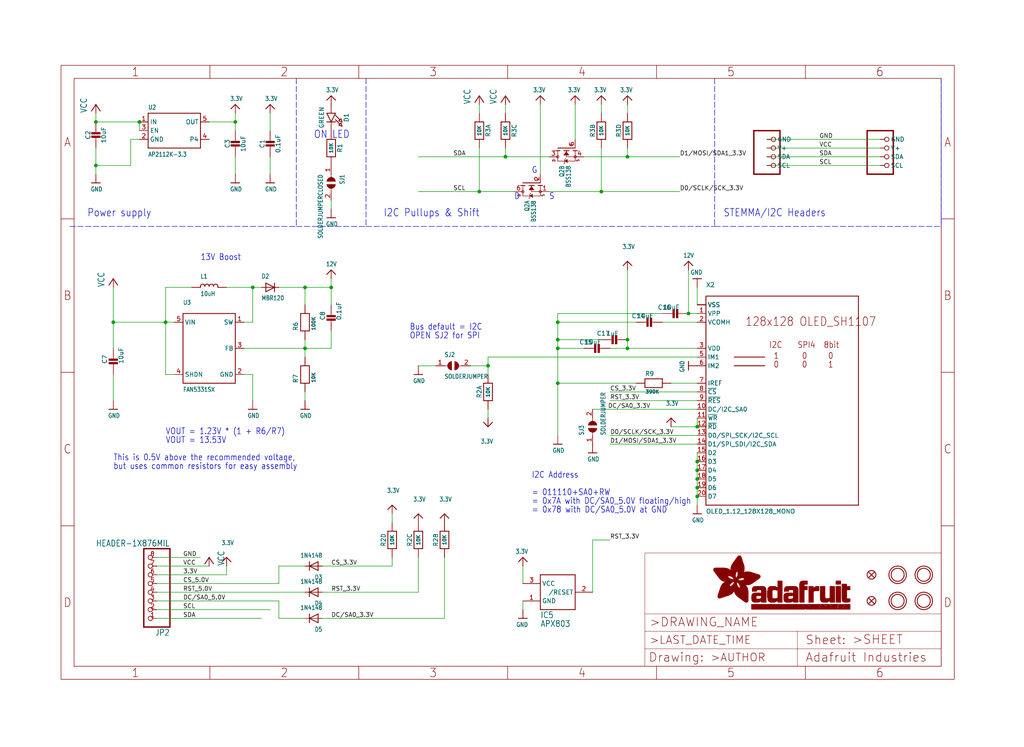
<source format=kicad_sch>
(kicad_sch (version 20211123) (generator eeschema)
  (paper "User" 298.45 217.881)
  (lib_symbols
    (symbol "eagleSchem-eagle-import:12V" (power)
      (property "Value" "12V" (at -1.524 1.016 0))
      (symbol "12V_1_0"
        (pin power_in line (at 0 -2.54 90) (length 2.54) (name "12V") (number "1"))
      )
    )
    (symbol "eagleSchem-eagle-import:3.3V" (power)
      (property "Value" "3.3V" (at -1.524 1.016 0))
      (symbol "3.3V_1_0"
        (pin power_in line (at 0 -2.54 90) (length 2.54) (name "3.3V") (number "1"))
      )
    )
    (symbol "eagleSchem-eagle-import:AXP083-SAG"
      (property "Reference" "IC" (at -5.08 -7.62 0))
      (property "Value" "AXP083-SAG" (at -5.08 -10.16 0))
      (symbol "AXP083-SAG_1_0"
        (pin power_in line (at -10.16 -2.54 0) (length 5.08) (name "GND") (number "1"))
        (pin output line (at 10.16 0 180) (length 5.08) (name "/RESET") (number "2"))
        (pin power_in line (at -10.16 2.54 0) (length 5.08) (name "VCC") (number "3"))
      )
    )
    (symbol "eagleSchem-eagle-import:CAP_CERAMIC0603_NO"
      (property "Reference" "C" (at -2.29 1.25 90))
      (property "Value" "CAP_CERAMIC0603_NO" (at 2.3 1.25 90))
      (symbol "CAP_CERAMIC0603_NO_1_0"
        (pin passive line (at 0 5.08 270) (length 2.54) (name "1") (number "1"))
        (pin passive line (at 0 -2.54 90) (length 2.54) (name "2") (number "2"))
      )
    )
    (symbol "eagleSchem-eagle-import:CAP_CERAMIC0805-NOOUTLINE"
      (property "Reference" "C" (at -2.29 1.25 90))
      (property "Value" "CAP_CERAMIC0805-NOOUTLINE" (at 2.3 1.25 90))
      (symbol "CAP_CERAMIC0805-NOOUTLINE_1_0"
        (pin passive line (at 0 5.08 270) (length 2.54) (name "1") (number "1"))
        (pin passive line (at 0 -2.54 90) (length 2.54) (name "2") (number "2"))
      )
    )
    (symbol "eagleSchem-eagle-import:DIODESOD-123"
      (property "Reference" "D" (at 0 2.54 0))
      (property "Value" "DIODESOD-123" (at 0 -2.5 0))
      (symbol "DIODESOD-123_1_0"
        (pin passive line (at -2.54 0 0) (length 2.54) (name "A") (number "A"))
        (pin passive line (at 2.54 0 180) (length 2.54) (name "C") (number "C"))
      )
    )
    (symbol "eagleSchem-eagle-import:DIODESOD-323"
      (property "Reference" "D" (at 0 2.54 0))
      (property "Value" "DIODESOD-323" (at 0 -2.5 0))
      (symbol "DIODESOD-323_1_0"
        (pin passive line (at -2.54 0 0) (length 2.54) (name "A") (number "A"))
        (pin passive line (at 2.54 0 180) (length 2.54) (name "C") (number "C"))
      )
    )
    (symbol "eagleSchem-eagle-import:FAN5331"
      (property "Reference" "U" (at -7.62 12.7 0))
      (property "Value" "FAN5331" (at -7.62 -12.7 0))
      (symbol "FAN5331_1_0"
        (pin bidirectional line (at 10.16 7.62 180) (length 2.54) (name "SW") (number "1"))
        (pin bidirectional line (at 10.16 -7.62 180) (length 2.54) (name "GND") (number "2"))
        (pin bidirectional line (at 10.16 0 180) (length 2.54) (name "FB") (number "3"))
        (pin bidirectional line (at -10.16 -7.62 0) (length 2.54) (name "SHDN") (number "4"))
        (pin bidirectional line (at -10.16 7.62 0) (length 2.54) (name "VIN") (number "5"))
      )
    )
    (symbol "eagleSchem-eagle-import:FIDUCIAL_1MM")
    (symbol "eagleSchem-eagle-import:FRAME_A4_ADAFRUIT"
      (symbol "FRAME_A4_ADAFRUIT_0_0"
        (text "1" (at 21.6958 1.905 0) (effects (font (size 2.54 2.286))))
        (text "1" (at 21.6958 177.165 0) (effects (font (size 2.54 2.286))))
        (text "2" (at 65.0875 1.905 0) (effects (font (size 2.54 2.286))))
        (text "2" (at 65.0875 177.165 0) (effects (font (size 2.54 2.286))))
        (text "3" (at 108.4792 1.905 0) (effects (font (size 2.54 2.286))))
        (text "3" (at 108.4792 177.165 0) (effects (font (size 2.54 2.286))))
        (text "4" (at 151.8708 1.905 0) (effects (font (size 2.54 2.286))))
        (text "4" (at 151.8708 177.165 0) (effects (font (size 2.54 2.286))))
        (text "5" (at 195.2625 1.905 0) (effects (font (size 2.54 2.286))))
        (text "5" (at 195.2625 177.165 0) (effects (font (size 2.54 2.286))))
        (text "6" (at 238.6542 1.905 0) (effects (font (size 2.54 2.286))))
        (text "6" (at 238.6542 177.165 0) (effects (font (size 2.54 2.286))))
        (text "A" (at 1.905 156.6863 0) (effects (font (size 2.54 2.286))))
        (text "A" (at 258.445 156.6863 0) (effects (font (size 2.54 2.286))))
        (text "B" (at 1.905 111.9188 0) (effects (font (size 2.54 2.286))))
        (text "B" (at 258.445 111.9188 0) (effects (font (size 2.54 2.286))))
        (text "C" (at 1.905 67.1513 0) (effects (font (size 2.54 2.286))))
        (text "C" (at 258.445 67.1513 0) (effects (font (size 2.54 2.286))))
        (text "D" (at 1.905 22.3838 0) (effects (font (size 2.54 2.286))))
        (text "D" (at 258.445 22.3838 0) (effects (font (size 2.54 2.286))))
      )
      (symbol "FRAME_A4_ADAFRUIT_1_0"
        (text ">AUTHOR" (at 189.23 5.08 0) (effects (font (size 2.286 2.286)) (justify left bottom)))
        (text ">DRAWING_NAME" (at 171.45 15.24 0) (effects (font (size 2.54 2.54)) (justify left bottom)))
        (text ">LAST_DATE_TIME" (at 171.45 10.16 0) (effects (font (size 2.286 2.286)) (justify left bottom)))
        (text ">SHEET" (at 230.505 10.16 0) (effects (font (size 2.54 2.54)) (justify left bottom)))
        (text "Adafruit Industries" (at 216.916 4.953 0) (effects (font (size 2.54 2.54)) (justify left bottom)))
        (text "Drawing:" (at 171.196 4.953 0) (effects (font (size 2.54 2.54)) (justify left bottom)))
        (text "Sheet:" (at 216.916 10.033 0) (effects (font (size 2.54 2.54)) (justify left bottom)))
      )
    )
    (symbol "eagleSchem-eagle-import:GND" (power)
      (property "Value" "GND" (at -1.524 -2.54 0))
      (symbol "GND_1_0"
        (pin power_in line (at 0 2.54 270) (length 2.54) (name "GND") (number "1"))
      )
    )
    (symbol "eagleSchem-eagle-import:HEADER-1X876MIL"
      (property "Reference" "JP" (at -6.35 13.335 0))
      (property "Value" "HEADER-1X876MIL" (at -6.35 -12.7 0))
      (symbol "HEADER-1X876MIL_1_0"
        (pin passive inverted (at -2.54 10.16 0) (length 2.54) (name "1") (number "1"))
        (pin passive inverted (at -2.54 7.62 0) (length 2.54) (name "2") (number "2"))
        (pin passive inverted (at -2.54 5.08 0) (length 2.54) (name "3") (number "3"))
        (pin passive inverted (at -2.54 2.54 0) (length 2.54) (name "4") (number "4"))
        (pin passive inverted (at -2.54 0 0) (length 2.54) (name "5") (number "5"))
        (pin passive inverted (at -2.54 -2.54 0) (length 2.54) (name "6") (number "6"))
        (pin passive inverted (at -2.54 -5.08 0) (length 2.54) (name "7") (number "7"))
        (pin passive inverted (at -2.54 -7.62 0) (length 2.54) (name "8") (number "8"))
      )
    )
    (symbol "eagleSchem-eagle-import:INDUCTOR"
      (property "Reference" "L" (at 0 2.54 0))
      (property "Value" "INDUCTOR" (at 0 -1.54 0))
      (symbol "INDUCTOR_1_0"
        (pin passive line (at -5.08 0 0) (length 2.54) (name "1") (number "P$1"))
        (pin passive line (at 5.08 0 180) (length 2.54) (name "2") (number "P$2"))
      )
    )
    (symbol "eagleSchem-eagle-import:LED0603_NOOUTLINE"
      (property "Reference" "D" (at -1.27 4.445 0))
      (property "Value" "LED0603_NOOUTLINE" (at -1.27 -2.794 0))
      (symbol "LED0603_NOOUTLINE_1_0"
        (pin passive line (at -5.08 0 0) (length 2.54) (name "A") (number "A"))
        (pin passive line (at 2.54 0 180) (length 2.54) (name "C") (number "C"))
      )
    )
    (symbol "eagleSchem-eagle-import:MOSFET-N_DUAL"
      (property "Reference" "Q" (at 5.08 0.635 0))
      (property "Value" "MOSFET-N_DUAL" (at 5.08 -1.27 0))
      (symbol "MOSFET-N_DUAL_1_0"
        (text "D" (at 3.175 3.175 0) (effects (font (size 0.8128 0.6908)) (justify left bottom)))
        (text "G" (at -1.27 -1.905 0) (effects (font (size 0.8128 0.6908)) (justify left bottom)))
        (text "S" (at 3.175 -3.81 0) (effects (font (size 0.8128 0.6908)) (justify left bottom)))
        (pin bidirectional line (at 2.54 -5.08 90) (length 2.54) (name "S") (number "1"))
        (pin bidirectional line (at -2.54 -2.54 0) (length 2.54) (name "G") (number "2"))
        (pin bidirectional line (at 2.54 5.08 270) (length 2.54) (name "D") (number "6"))
      )
      (symbol "MOSFET-N_DUAL_2_0"
        (text "D" (at 3.175 3.175 0) (effects (font (size 0.8128 0.6908)) (justify left bottom)))
        (text "G" (at -1.27 -1.905 0) (effects (font (size 0.8128 0.6908)) (justify left bottom)))
        (text "S" (at 3.175 -3.81 0) (effects (font (size 0.8128 0.6908)) (justify left bottom)))
        (pin bidirectional line (at 2.54 5.08 270) (length 2.54) (name "D") (number "3"))
        (pin bidirectional line (at 2.54 -5.08 90) (length 2.54) (name "S") (number "4"))
        (pin bidirectional line (at -2.54 -2.54 0) (length 2.54) (name "G") (number "5"))
      )
    )
    (symbol "eagleSchem-eagle-import:MOUNTINGHOLE3.0THIN")
    (symbol "eagleSchem-eagle-import:OLED_1.12_128X128_MONO"
      (property "Reference" "X" (at -20.32 27.94 0))
      (property "Value" "OLED_1.12_128X128_MONO" (at -20.32 -38.1 0))
      (symbol "OLED_1.12_128X128_MONO_1_0"
        (text "0" (at -0.635 4.445 0) (effects (font (size 1.778 1.5113)) (justify left bottom)))
        (text "0" (at 7.62 4.445 0) (effects (font (size 1.778 1.5113)) (justify left bottom)))
        (text "0" (at 7.62 6.985 0) (effects (font (size 1.778 1.5113)) (justify left bottom)))
        (text "0" (at 15.24 6.985 0) (effects (font (size 1.778 1.5113)) (justify left bottom)))
        (text "1" (at -0.635 6.985 0) (effects (font (size 1.778 1.5113)) (justify left bottom)))
        (text "1" (at 15.24 4.445 0) (effects (font (size 1.778 1.5113)) (justify left bottom)))
        (text "128x128 OLED_SH1107" (at -8.89 16.51 0) (effects (font (size 2.54 2.159)) (justify left bottom)))
        (text "8bit" (at 13.97 10.16 0) (effects (font (size 1.778 1.5113)) (justify left bottom)))
        (text "I2C" (at -1.905 10.16 0) (effects (font (size 1.778 1.5113)) (justify left bottom)))
        (text "SPI4" (at 6.35 10.16 0) (effects (font (size 1.778 1.5113)) (justify left bottom)))
        (pin power_in line (at -22.86 20.32 0) (length 2.54) (name "VPP") (number "1"))
        (pin input line (at -22.86 -7.62 0) (length 2.54) (name "DC/I2C_SA0") (number "10"))
        (pin input line (at -22.86 -10.16 0) (length 2.54) (name "~{WR}") (number "11"))
        (pin input line (at -22.86 -12.7 0) (length 2.54) (name "~{RD}") (number "12"))
        (pin bidirectional line (at -22.86 -15.24 0) (length 2.54) (name "D0/SPI_SCK/I2C_SCL") (number "13"))
        (pin bidirectional line (at -22.86 -17.78 0) (length 2.54) (name "D1/SPI_SDI/I2C_SDA") (number "14"))
        (pin bidirectional line (at -22.86 -20.32 0) (length 2.54) (name "D2") (number "15"))
        (pin bidirectional line (at -22.86 -22.86 0) (length 2.54) (name "D3") (number "16"))
        (pin bidirectional line (at -22.86 -25.4 0) (length 2.54) (name "D4") (number "17"))
        (pin bidirectional line (at -22.86 -27.94 0) (length 2.54) (name "D5") (number "18"))
        (pin bidirectional line (at -22.86 -30.48 0) (length 2.54) (name "D6") (number "19"))
        (pin output line (at -22.86 17.78 0) (length 2.54) (name "VCOMH") (number "2"))
        (pin bidirectional line (at -22.86 -33.02 0) (length 2.54) (name "D7") (number "20"))
        (pin power_in line (at -22.86 22.86 0) (length 2.54) (name "VSS") (number "21"))
        (pin power_in line (at -22.86 22.86 0) (length 2.54) (name "VSS") (number "22"))
        (pin power_in line (at -22.86 10.16 0) (length 2.54) (name "VDD") (number "3"))
        (pin power_in line (at -22.86 22.86 0) (length 2.54) (name "VSS") (number "4"))
        (pin input line (at -22.86 7.62 0) (length 2.54) (name "IM1") (number "5"))
        (pin input line (at -22.86 5.08 0) (length 2.54) (name "IM2") (number "6"))
        (pin input line (at -22.86 0 0) (length 2.54) (name "IREF") (number "7"))
        (pin input line (at -22.86 -2.54 0) (length 2.54) (name "~{CS}") (number "8"))
        (pin input line (at -22.86 -5.08 0) (length 2.54) (name "~{RES}") (number "9"))
      )
    )
    (symbol "eagleSchem-eagle-import:RESISTOR_0603_NOOUT"
      (property "Reference" "R" (at 0 2.54 0))
      (property "Value" "RESISTOR_0603_NOOUT" (at 0 0 0))
      (symbol "RESISTOR_0603_NOOUT_1_0"
        (pin passive line (at -5.08 0 0) (length 2.54) (name "1") (number "1"))
        (pin passive line (at 5.08 0 180) (length 2.54) (name "2") (number "2"))
      )
    )
    (symbol "eagleSchem-eagle-import:RESISTOR_4PACK"
      (property "Reference" "R" (at 0 2.54 0))
      (property "Value" "RESISTOR_4PACK" (at 0 0 0))
      (symbol "RESISTOR_4PACK_1_0"
        (pin passive line (at -5.08 0 0) (length 2.54) (name "1") (number "1"))
        (pin passive line (at 5.08 0 180) (length 2.54) (name "2") (number "8"))
      )
      (symbol "RESISTOR_4PACK_2_0"
        (pin passive line (at -5.08 0 0) (length 2.54) (name "1") (number "2"))
        (pin passive line (at 5.08 0 180) (length 2.54) (name "2") (number "7"))
      )
      (symbol "RESISTOR_4PACK_3_0"
        (pin passive line (at -5.08 0 0) (length 2.54) (name "1") (number "3"))
        (pin passive line (at 5.08 0 180) (length 2.54) (name "2") (number "6"))
      )
      (symbol "RESISTOR_4PACK_4_0"
        (pin passive line (at -5.08 0 0) (length 2.54) (name "1") (number "4"))
        (pin passive line (at 5.08 0 180) (length 2.54) (name "2") (number "5"))
      )
    )
    (symbol "eagleSchem-eagle-import:SOLDERJUMPER"
      (property "Reference" "SJ" (at -2.54 2.54 0))
      (property "Value" "SOLDERJUMPER" (at -2.54 -3.81 0))
      (symbol "SOLDERJUMPER_1_0"
        (pin passive line (at -5.08 0 0) (length 2.54) (name "1") (number "1"))
        (pin passive line (at 5.08 0 180) (length 2.54) (name "2") (number "2"))
      )
    )
    (symbol "eagleSchem-eagle-import:SOLDERJUMPERCLOSED"
      (property "Reference" "SJ" (at -2.54 2.54 0))
      (property "Value" "SOLDERJUMPERCLOSED" (at -2.54 -3.81 0))
      (symbol "SOLDERJUMPERCLOSED_1_0"
        (pin passive line (at -5.08 0 0) (length 2.54) (name "1") (number "1"))
        (pin passive line (at 5.08 0 180) (length 2.54) (name "2") (number "2"))
      )
    )
    (symbol "eagleSchem-eagle-import:STEMMA_I2C_QT"
      (symbol "STEMMA_I2C_QT_1_0"
        (pin passive inverted (at 0 5.08 0) (length 2.54) (name "GND") (number "1"))
        (pin passive inverted (at 0 2.54 0) (length 2.54) (name "V+") (number "2"))
        (pin passive inverted (at 0 0 0) (length 2.54) (name "SDA") (number "3"))
        (pin passive inverted (at 0 -2.54 0) (length 2.54) (name "SCL") (number "4"))
      )
      (symbol "STEMMA_I2C_QT_2_0"
        (pin bidirectional line (at 0 0 0) (length 5.08) (name "MT") (number "MT1"))
      )
      (symbol "STEMMA_I2C_QT_3_0"
        (pin bidirectional line (at 0 0 0) (length 5.08) (name "MT") (number "MT2"))
      )
    )
    (symbol "eagleSchem-eagle-import:VCC" (power)
      (property "Value" "VCC" (at -2.54 -2.54 90))
      (symbol "VCC_1_0"
        (pin power_in line (at 0 -2.54 90) (length 2.54) (name "VCC") (number "1"))
      )
    )
    (symbol "eagleSchem-eagle-import:VREG_SOT23-5"
      (property "Reference" "U" (at -7.62 6.096 0))
      (property "Value" "VREG_SOT23-5" (at -7.62 -7.62 0))
      (symbol "VREG_SOT23-5_1_0"
        (pin power_in line (at -10.16 2.54 0) (length 2.54) (name "IN") (number "1"))
        (pin power_in line (at -10.16 -2.54 0) (length 2.54) (name "GND") (number "2"))
        (pin input line (at -10.16 0 0) (length 2.54) (name "EN") (number "3"))
        (pin bidirectional line (at 10.16 -2.54 180) (length 2.54) (name "P4") (number "4"))
        (pin power_in line (at 10.16 2.54 180) (length 2.54) (name "OUT") (number "5"))
      )
    )
  )
  (junction (at 203.2 134.62))
  (junction (at 48.26 93.98))
  (junction (at 203.2 137.16))
  (junction (at 182.88 45.72))
  (junction (at 96.52 83.82))
  (junction (at 147.32 45.72))
  (junction (at 73.66 83.82))
  (junction (at 88.9 83.82))
  (junction (at 88.9 101.6))
  (junction (at 142.24 106.68))
  (junction (at 27.94 48.26))
  (junction (at 203.2 139.7))
  (junction (at 33.02 93.98))
  (junction (at 68.58 35.56))
  (junction (at 139.7 55.88))
  (junction (at 203.2 142.24))
  (junction (at 40.64 35.56))
  (junction (at 203.2 144.78))
  (junction (at 182.88 101.6))
  (junction (at 162.56 111.76))
  (junction (at 162.56 99.06))
  (junction (at 162.56 101.6))
  (junction (at 175.26 55.88))
  (junction (at 203.2 124.46))
  (junction (at 200.66 91.44))
  (junction (at 27.94 35.56))
  (junction (at 162.56 93.98))
  (junction (at 182.88 99.06))
  (wire (pts (xy 127 106.68) (xy 121.92 106.68)))
  (polyline (pts (xy 274.32 22.86) (xy 274.32 66.04)))
  (wire (pts (xy 45.72 180.34) (xy 76.2 180.34)))
  (wire (pts (xy 45.72 162.56) (xy 58.42 162.56)))
  (wire (pts (xy 152.4 170.18) (xy 152.4 165.1)))
  (wire (pts (xy 203.2 134.62) (xy 203.2 137.16)))
  (wire (pts (xy 88.9 83.82) (xy 88.9 88.9)))
  (wire (pts (xy 162.56 101.6) (xy 162.56 111.76)))
  (wire (pts (xy 40.64 38.1) (xy 40.64 35.56)))
  (wire (pts (xy 114.3 165.1) (xy 114.3 162.56)))
  (wire (pts (xy 142.24 121.92) (xy 142.24 119.38)))
  (wire (pts (xy 170.18 45.72) (xy 182.88 45.72)))
  (wire (pts (xy 78.74 45.72) (xy 78.74 50.8)))
  (wire (pts (xy 88.9 101.6) (xy 96.52 101.6)))
  (wire (pts (xy 40.64 35.56) (xy 27.94 35.56)))
  (wire (pts (xy 81.28 170.18) (xy 81.28 165.1)))
  (wire (pts (xy 175.26 43.18) (xy 175.26 55.88)))
  (wire (pts (xy 162.56 111.76) (xy 162.56 127)))
  (wire (pts (xy 162.56 99.06) (xy 162.56 101.6)))
  (wire (pts (xy 203.2 121.92) (xy 203.2 124.46)))
  (wire (pts (xy 129.54 180.34) (xy 129.54 162.56)))
  (wire (pts (xy 96.52 88.9) (xy 96.52 83.82)))
  (wire (pts (xy 27.94 48.26) (xy 27.94 50.8)))
  (wire (pts (xy 88.9 114.3) (xy 88.9 116.84)))
  (wire (pts (xy 73.66 109.22) (xy 73.66 116.84)))
  (wire (pts (xy 71.12 101.6) (xy 88.9 101.6)))
  (wire (pts (xy 50.8 93.98) (xy 48.26 93.98)))
  (wire (pts (xy 203.2 119.38) (xy 172.72 119.38)))
  (wire (pts (xy 256.54 45.72) (xy 223.52 45.72)))
  (wire (pts (xy 121.92 172.72) (xy 121.92 162.56)))
  (wire (pts (xy 139.7 55.88) (xy 121.92 55.88)))
  (wire (pts (xy 147.32 33.02) (xy 147.32 30.48)))
  (wire (pts (xy 68.58 45.72) (xy 68.58 50.8)))
  (wire (pts (xy 203.2 127) (xy 177.8 127)))
  (wire (pts (xy 81.28 165.1) (xy 88.9 165.1)))
  (wire (pts (xy 139.7 30.48) (xy 139.7 33.02)))
  (wire (pts (xy 182.88 101.6) (xy 177.8 101.6)))
  (polyline (pts (xy 208.28 66.04) (xy 274.32 66.04)))
  (wire (pts (xy 147.32 45.72) (xy 121.92 45.72)))
  (wire (pts (xy 45.72 172.72) (xy 88.9 172.72)))
  (wire (pts (xy 142.24 104.14) (xy 142.24 106.68)))
  (wire (pts (xy 45.72 165.1) (xy 60.96 165.1)))
  (wire (pts (xy 175.26 55.88) (xy 198.12 55.88)))
  (wire (pts (xy 81.28 180.34) (xy 88.9 180.34)))
  (wire (pts (xy 45.72 167.64) (xy 66.04 167.64)))
  (wire (pts (xy 147.32 43.18) (xy 147.32 45.72)))
  (wire (pts (xy 152.4 175.26) (xy 152.4 177.8)))
  (wire (pts (xy 182.88 78.74) (xy 182.88 99.06)))
  (wire (pts (xy 88.9 83.82) (xy 96.52 83.82)))
  (wire (pts (xy 27.94 33.02) (xy 27.94 35.56)))
  (wire (pts (xy 185.42 93.98) (xy 162.56 93.98)))
  (wire (pts (xy 48.26 93.98) (xy 48.26 83.82)))
  (wire (pts (xy 73.66 83.82) (xy 76.2 83.82)))
  (polyline (pts (xy 86.36 66.04) (xy 106.68 66.04)))
  (wire (pts (xy 114.3 149.86) (xy 114.3 152.4)))
  (wire (pts (xy 203.2 129.54) (xy 177.8 129.54)))
  (wire (pts (xy 175.26 33.02) (xy 175.26 30.48)))
  (wire (pts (xy 149.86 55.88) (xy 139.7 55.88)))
  (wire (pts (xy 93.98 180.34) (xy 129.54 180.34)))
  (wire (pts (xy 81.28 83.82) (xy 88.9 83.82)))
  (wire (pts (xy 172.72 172.72) (xy 172.72 157.48)))
  (wire (pts (xy 193.04 91.44) (xy 162.56 91.44)))
  (polyline (pts (xy 106.68 66.04) (xy 208.28 66.04)))
  (wire (pts (xy 96.52 58.42) (xy 96.52 60.96)))
  (wire (pts (xy 203.2 137.16) (xy 203.2 139.7)))
  (wire (pts (xy 203.2 142.24) (xy 203.2 144.78)))
  (wire (pts (xy 48.26 83.82) (xy 55.88 83.82)))
  (wire (pts (xy 142.24 104.14) (xy 203.2 104.14)))
  (wire (pts (xy 160.02 45.72) (xy 147.32 45.72)))
  (wire (pts (xy 73.66 83.82) (xy 73.66 93.98)))
  (polyline (pts (xy 106.68 22.86) (xy 106.68 66.04)))
  (wire (pts (xy 170.18 101.6) (xy 162.56 101.6)))
  (wire (pts (xy 203.2 132.08) (xy 203.2 134.62)))
  (wire (pts (xy 27.94 48.26) (xy 27.94 43.18)))
  (wire (pts (xy 182.88 101.6) (xy 182.88 99.06)))
  (wire (pts (xy 137.16 106.68) (xy 142.24 106.68)))
  (wire (pts (xy 88.9 101.6) (xy 88.9 99.06)))
  (wire (pts (xy 50.8 109.22) (xy 48.26 109.22)))
  (wire (pts (xy 203.2 91.44) (xy 200.66 91.44)))
  (wire (pts (xy 33.02 93.98) (xy 33.02 101.6)))
  (polyline (pts (xy 20.32 66.04) (xy 86.36 66.04)))
  (wire (pts (xy 96.52 81.28) (xy 96.52 83.82)))
  (wire (pts (xy 48.26 93.98) (xy 33.02 93.98)))
  (wire (pts (xy 73.66 93.98) (xy 71.12 93.98)))
  (wire (pts (xy 93.98 165.1) (xy 114.3 165.1)))
  (wire (pts (xy 203.2 88.9) (xy 203.2 83.82)))
  (wire (pts (xy 66.04 167.64) (xy 66.04 165.1)))
  (wire (pts (xy 200.66 78.74) (xy 200.66 91.44)))
  (wire (pts (xy 60.96 35.56) (xy 68.58 35.56)))
  (wire (pts (xy 203.2 111.76) (xy 195.58 111.76)))
  (wire (pts (xy 182.88 33.02) (xy 182.88 30.48)))
  (wire (pts (xy 40.64 40.64) (xy 38.1 40.64)))
  (wire (pts (xy 93.98 172.72) (xy 121.92 172.72)))
  (wire (pts (xy 66.04 83.82) (xy 73.66 83.82)))
  (wire (pts (xy 68.58 35.56) (xy 68.58 33.02)))
  (wire (pts (xy 157.48 50.8) (xy 157.48 30.48)))
  (wire (pts (xy 142.24 106.68) (xy 142.24 109.22)))
  (wire (pts (xy 78.74 33.02) (xy 78.74 38.1)))
  (wire (pts (xy 33.02 109.22) (xy 33.02 116.84)))
  (polyline (pts (xy 86.36 22.86) (xy 86.36 66.04)))
  (wire (pts (xy 81.28 175.26) (xy 81.28 180.34)))
  (wire (pts (xy 48.26 109.22) (xy 48.26 93.98)))
  (wire (pts (xy 203.2 93.98) (xy 193.04 93.98)))
  (wire (pts (xy 162.56 111.76) (xy 185.42 111.76)))
  (wire (pts (xy 38.1 40.64) (xy 38.1 48.26)))
  (wire (pts (xy 162.56 93.98) (xy 162.56 99.06)))
  (wire (pts (xy 139.7 43.18) (xy 139.7 55.88)))
  (wire (pts (xy 203.2 116.84) (xy 177.8 116.84)))
  (wire (pts (xy 162.56 93.98) (xy 162.56 91.44)))
  (wire (pts (xy 71.12 109.22) (xy 73.66 109.22)))
  (wire (pts (xy 203.2 101.6) (xy 182.88 101.6)))
  (wire (pts (xy 223.52 48.26) (xy 256.54 48.26)))
  (wire (pts (xy 203.2 139.7) (xy 203.2 142.24)))
  (wire (pts (xy 223.52 43.18) (xy 256.54 43.18)))
  (wire (pts (xy 38.1 48.26) (xy 27.94 48.26)))
  (wire (pts (xy 68.58 35.56) (xy 68.58 38.1)))
  (wire (pts (xy 256.54 40.64) (xy 223.52 40.64)))
  (polyline (pts (xy 208.28 22.86) (xy 208.28 66.04)))
  (wire (pts (xy 203.2 144.78) (xy 203.2 147.32)))
  (wire (pts (xy 45.72 175.26) (xy 81.28 175.26)))
  (wire (pts (xy 182.88 43.18) (xy 182.88 45.72)))
  (wire (pts (xy 88.9 104.14) (xy 88.9 101.6)))
  (wire (pts (xy 160.02 55.88) (xy 175.26 55.88)))
  (wire (pts (xy 182.88 45.72) (xy 198.12 45.72)))
  (wire (pts (xy 172.72 157.48) (xy 177.8 157.48)))
  (wire (pts (xy 203.2 114.3) (xy 177.8 114.3)))
  (wire (pts (xy 33.02 93.98) (xy 33.02 83.82)))
  (wire (pts (xy 175.26 99.06) (xy 162.56 99.06)))
  (wire (pts (xy 45.72 177.8) (xy 78.74 177.8)))
  (wire (pts (xy 167.64 40.64) (xy 167.64 30.48)))
  (wire (pts (xy 96.52 101.6) (xy 96.52 96.52)))
  (wire (pts (xy 203.2 124.46) (xy 195.58 124.46)))
  (wire (pts (xy 45.72 170.18) (xy 81.28 170.18)))
  (text "13V Boost" (at 58.42 76.2 180) (effects (font (size 1.778 1.5113)) (justify left bottom)))
  (text "D" (at 149.86 58.42 180) (effects (font (size 1.778 1.5113)) (justify left bottom)))
  (text "VOUT = 1.23V * (1 + R6/R7)" (at 48.26 127 180) (effects (font (size 1.778 1.5113)) (justify left bottom)))
  (text "This is 0.5V above the recommended voltage," (at 33.02 134.62 180) (effects (font (size 1.778 1.5113)) (justify left bottom)))
  (text "= 0x78 with DC/SA0_5.0V at GND" (at 154.94 149.86 180) (effects (font (size 1.778 1.5113)) (justify left bottom)))
  (text "I2C Address" (at 154.94 139.7 180) (effects (font (size 1.778 1.5113)) (justify left bottom)))
  (text "Power supply" (at 25.4 63.5 180) (effects (font (size 2.1844 1.8567)) (justify left bottom)))
  (text "STEMMA/I2C Headers" (at 210.82 63.5 180) (effects (font (size 2.1844 1.8567)) (justify left bottom)))
  (text "OPEN SJ2 for SPI" (at 119.38 99.06 180) (effects (font (size 1.778 1.5113)) (justify left bottom)))
  (text "ON LED" (at 91.44 40.64 180) (effects (font (size 2.1844 1.8567)) (justify left bottom)))
  (text "I2C Pullups & Shift" (at 111.76 63.5 180) (effects (font (size 2.1844 1.8567)) (justify left bottom)))
  (text "= 0x7A with DC/SA0_5.0V floating/high" (at 154.94 147.32 180) (effects (font (size 1.778 1.5113)) (justify left bottom)))
  (text "Bus default = I2C" (at 119.38 96.52 180) (effects (font (size 1.778 1.5113)) (justify left bottom)))
  (text "= 011110+SA0+RW" (at 154.94 144.78 180) (effects (font (size 1.778 1.5113)) (justify left bottom)))
  (text "G" (at 154.94 50.8 180) (effects (font (size 1.778 1.5113)) (justify left bottom)))
  (text "VOUT = 13.53V" (at 48.26 129.54 180) (effects (font (size 1.778 1.5113)) (justify left bottom)))
  (text "S" (at 160.02 58.42 180) (effects (font (size 1.778 1.5113)) (justify left bottom)))
  (text "but uses common resistors for easy assembly" (at 33.02 137.16 180) (effects (font (size 1.778 1.5113)) (justify left bottom)))
  (label "SCL" (at 238.76 48.26 0) (effects (font (size 1.2446 1.2446))))
  (label "SCL" (at 132.08 55.88 0) (effects (font (size 1.2446 1.2446))))
  (label "3.3V" (at 53.34 167.64 0) (effects (font (size 1.2446 1.2446))))
  (label "RST_3.3V" (at 177.8 116.84 0) (effects (font (size 1.2446 1.2446))))
  (label "CS_3.3V" (at 177.8 114.3 0) (effects (font (size 1.2446 1.2446))))
  (label "CS_3.3V" (at 96.52 165.1 0) (effects (font (size 1.2446 1.2446))))
  (label "CS_5.0V" (at 53.34 170.18 0) (effects (font (size 1.2446 1.2446))))
  (label "RST_5.0V" (at 53.34 172.72 0) (effects (font (size 1.2446 1.2446))))
  (label "GND" (at 238.76 40.64 0) (effects (font (size 1.2446 1.2446))))
  (label "RST_3.3V" (at 177.8 157.48 0) (effects (font (size 1.2446 1.2446))))
  (label "GND" (at 53.34 162.56 0) (effects (font (size 1.2446 1.2446))))
  (label "VCC" (at 238.76 43.18 0) (effects (font (size 1.2446 1.2446))))
  (label "SDA" (at 132.08 45.72 0) (effects (font (size 1.2446 1.2446))))
  (label "RST_3.3V" (at 96.52 172.72 0) (effects (font (size 1.2446 1.2446))))
  (label "D0/SCLK/SCK_3.3V" (at 177.8 127 0) (effects (font (size 1.2446 1.2446))))
  (label "DC/SA0_3.3V" (at 96.52 180.34 0) (effects (font (size 1.2446 1.2446))))
  (label "D0/SCLK/SCK_3.3V" (at 198.12 55.88 0) (effects (font (size 1.2446 1.2446))))
  (label "VCC" (at 53.34 165.1 0) (effects (font (size 1.2446 1.2446))))
  (label "D1/MOSI/SDA1_3.3V" (at 198.12 45.72 0) (effects (font (size 1.2446 1.2446))))
  (label "D1/MOSI/SDA1_3.3V" (at 177.8 129.54 0) (effects (font (size 1.2446 1.2446))))
  (label "SDA" (at 238.76 45.72 0) (effects (font (size 1.2446 1.2446))))
  (label "SDA" (at 53.34 180.34 0) (effects (font (size 1.2446 1.2446))))
  (label "SCL" (at 53.34 177.8 0) (effects (font (size 1.2446 1.2446))))
  (label "DC/SA0_5.0V" (at 53.34 175.26 0) (effects (font (size 1.2446 1.2446))))
  (label "DC/SA0_3.3V" (at 177.165 119.38 0) (effects (font (size 1.2446 1.2446))))
  (symbol (lib_id "eagleSchem-eagle-import:MOUNTINGHOLE3.0THIN") (at 269.24 175.26 0) (unit 1)
    (property "Reference" "U$21" (effects hide))
    (property "Value" "MOUNTINGHOLE3.0THIN" (effects hide))
    (property "Footprint" "eagleSchem:MOUNTINGHOLE_3.0_PLATEDTHIN" (effects hide))
  )
  (symbol (lib_id "eagleSchem-eagle-import:DIODESOD-323") (at 91.44 180.34 180) (unit 1)
    (property "Reference" "D5" (at 93.98 182.88 0) (effects (font (size 1.27 1.0795)) (justify left bottom)))
    (property "Value" "1N4148" (at 93.98 176.53 0) (effects (font (size 1.27 1.0795)) (justify left bottom)))
    (property "Footprint" "eagleSchem:SOD-323" (effects hide))
  )
  (symbol (lib_id "eagleSchem-eagle-import:MOSFET-N_DUAL") (at 165.1 43.18 90) (mirror x) (unit 2)
    (property "Reference" "Q2" (at 164.465 48.26 0) (effects (font (size 1.27 1.0795)) (justify left bottom)))
    (property "Value" "BSS138" (at 166.37 48.26 0) (effects (font (size 1.27 1.0795)) (justify left bottom)))
    (property "Footprint" "eagleSchem:SOT363" (effects hide))
  )
  (symbol (lib_id "eagleSchem-eagle-import:3.3V") (at 96.52 27.94 0) (unit 1)
    (property "Reference" "#U$3" (effects hide))
    (property "Value" "3.3V" (at 94.996 26.924 0) (effects (font (size 1.27 1.0795)) (justify left bottom)))
    (property "Footprint" "eagleSchem:" (effects hide))
  )
  (symbol (lib_id "eagleSchem-eagle-import:HEADER-1X876MIL") (at 43.18 170.18 180) (unit 1)
    (property "Reference" "JP2" (at 49.53 183.515 0) (effects (font (size 1.778 1.5113)) (justify left bottom)))
    (property "Value" "HEADER-1X876MIL" (at 49.53 157.48 0) (effects (font (size 1.778 1.5113)) (justify left bottom)))
    (property "Footprint" "eagleSchem:1X08_ROUND_76" (effects hide))
  )
  (symbol (lib_id "eagleSchem-eagle-import:GND") (at 203.2 149.86 0) (unit 1)
    (property "Reference" "#U$12" (effects hide))
    (property "Value" "GND" (at 201.676 152.4 0) (effects (font (size 1.27 1.0795)) (justify left bottom)))
    (property "Footprint" "eagleSchem:" (effects hide))
  )
  (symbol (lib_id "eagleSchem-eagle-import:GND") (at 73.66 119.38 0) (unit 1)
    (property "Reference" "#U$29" (effects hide))
    (property "Value" "GND" (at 72.136 121.92 0) (effects (font (size 1.27 1.0795)) (justify left bottom)))
    (property "Footprint" "eagleSchem:" (effects hide))
  )
  (symbol (lib_id "eagleSchem-eagle-import:GND") (at 200.66 106.68 270) (unit 1)
    (property "Reference" "#U$16" (effects hide))
    (property "Value" "GND" (at 198.12 105.156 0) (effects (font (size 1.27 1.0795)) (justify left bottom)))
    (property "Footprint" "eagleSchem:" (effects hide))
  )
  (symbol (lib_id "eagleSchem-eagle-import:CAP_CERAMIC0805-NOOUTLINE") (at 190.5 93.98 90) (unit 1)
    (property "Reference" "C14" (at 187.96 91.44 90) (effects (justify left bottom)))
    (property "Value" "10uF" (at 190.5 91.44 90) (effects (justify left bottom)))
    (property "Footprint" "eagleSchem:0805-NO" (effects hide))
  )
  (symbol (lib_id "eagleSchem-eagle-import:DIODESOD-323") (at 91.44 172.72 180) (unit 1)
    (property "Reference" "D4" (at 93.98 175.26 0) (effects (font (size 1.27 1.0795)) (justify left bottom)))
    (property "Value" "1N4148" (at 93.98 168.91 0) (effects (font (size 1.27 1.0795)) (justify left bottom)))
    (property "Footprint" "eagleSchem:SOD-323" (effects hide))
  )
  (symbol (lib_id "eagleSchem-eagle-import:RESISTOR_0603_NOOUT") (at 88.9 93.98 90) (unit 1)
    (property "Reference" "R6" (at 86.868 96.52 0) (effects (justify left bottom)))
    (property "Value" "100K" (at 92.075 96.52 0) (effects (font (size 1.016 1.016) bold) (justify left bottom)))
    (property "Footprint" "eagleSchem:0603-NO" (effects hide))
  )
  (symbol (lib_id "eagleSchem-eagle-import:RESISTOR_4PACK") (at 114.3 157.48 90) (unit 4)
    (property "Reference" "R2" (at 111.76 157.48 0))
    (property "Value" "10K" (at 114.3 157.48 0) (effects (font (size 1.016 1.016) bold)))
    (property "Footprint" "eagleSchem:RESPACK_4X0603" (effects hide))
  )
  (symbol (lib_id "eagleSchem-eagle-import:VCC") (at 139.7 27.94 0) (unit 1)
    (property "Reference" "#P+1" (effects hide))
    (property "Value" "VCC" (at 137.16 30.48 90) (effects (font (size 1.778 1.5113)) (justify left bottom)))
    (property "Footprint" "eagleSchem:" (effects hide))
  )
  (symbol (lib_id "eagleSchem-eagle-import:3.3V") (at 66.04 162.56 0) (unit 1)
    (property "Reference" "#U$36" (effects hide))
    (property "Value" "3.3V" (at 64.516 159.004 0) (effects (font (size 1.27 1.0795)) (justify left bottom)))
    (property "Footprint" "eagleSchem:" (effects hide))
  )
  (symbol (lib_id "eagleSchem-eagle-import:RESISTOR_4PACK") (at 175.26 38.1 90) (mirror x) (unit 2)
    (property "Reference" "R3" (at 172.72 38.1 0))
    (property "Value" "10K" (at 175.26 38.1 0) (effects (font (size 1.016 1.016) bold)))
    (property "Footprint" "eagleSchem:RESPACK_4X0603" (effects hide))
  )
  (symbol (lib_id "eagleSchem-eagle-import:12V") (at 200.66 76.2 0) (unit 1)
    (property "Reference" "#U$9" (effects hide))
    (property "Value" "12V" (at 199.136 75.184 0) (effects (font (size 1.27 1.0795)) (justify left bottom)))
    (property "Footprint" "eagleSchem:" (effects hide))
  )
  (symbol (lib_id "eagleSchem-eagle-import:3.3V") (at 167.64 27.94 0) (mirror y) (unit 1)
    (property "Reference" "#U$23" (effects hide))
    (property "Value" "3.3V" (at 169.164 26.924 0) (effects (font (size 1.27 1.0795)) (justify left bottom)))
    (property "Footprint" "eagleSchem:" (effects hide))
  )
  (symbol (lib_id "eagleSchem-eagle-import:STEMMA_I2C_QT") (at 256.54 45.72 0) (unit 1)
    (property "Reference" "CONN4" (effects hide))
    (property "Value" "STEMMA_I2C_QT" (effects hide))
    (property "Footprint" "eagleSchem:JST_SH4" (effects hide))
  )
  (symbol (lib_id "eagleSchem-eagle-import:SOLDERJUMPER") (at 172.72 124.46 90) (unit 1)
    (property "Reference" "SJ3" (at 170.18 127 0) (effects (font (size 1.27 1.0795)) (justify left bottom)))
    (property "Value" "SOLDERJUMPER" (at 176.53 127 0) (effects (font (size 1.27 1.0795)) (justify left bottom)))
    (property "Footprint" "eagleSchem:SOLDERJUMPER_ARROW_NOPASTE" (effects hide))
  )
  (symbol (lib_id "eagleSchem-eagle-import:MOUNTINGHOLE3.0THIN") (at 269.24 167.64 0) (unit 1)
    (property "Reference" "U$19" (effects hide))
    (property "Value" "MOUNTINGHOLE3.0THIN" (effects hide))
    (property "Footprint" "eagleSchem:MOUNTINGHOLE_3.0_PLATEDTHIN" (effects hide))
  )
  (symbol (lib_id "eagleSchem-eagle-import:LED0603_NOOUTLINE") (at 96.52 35.56 270) (unit 1)
    (property "Reference" "D1" (at 100.965 34.29 0))
    (property "Value" "GREEN" (at 93.726 34.29 0))
    (property "Footprint" "eagleSchem:CHIPLED_0603_NOOUTLINE" (effects hide))
  )
  (symbol (lib_id "eagleSchem-eagle-import:MOUNTINGHOLE3.0THIN") (at 261.62 175.26 0) (unit 1)
    (property "Reference" "U$1" (effects hide))
    (property "Value" "MOUNTINGHOLE3.0THIN" (effects hide))
    (property "Footprint" "eagleSchem:MOUNTINGHOLE_3.0_PLATEDTHIN" (effects hide))
  )
  (symbol (lib_id "eagleSchem-eagle-import:FIDUCIAL_1MM") (at 254 167.64 0) (unit 1)
    (property "Reference" "FID4" (effects hide))
    (property "Value" "FIDUCIAL_1MM" (effects hide))
    (property "Footprint" "eagleSchem:FIDUCIAL_1MM" (effects hide))
  )
  (symbol (lib_id "eagleSchem-eagle-import:3.3V") (at 78.74 30.48 0) (unit 1)
    (property "Reference" "#U$14" (effects hide))
    (property "Value" "3.3V" (at 77.216 29.464 0) (effects (font (size 1.27 1.0795)) (justify left bottom)))
    (property "Footprint" "eagleSchem:" (effects hide))
  )
  (symbol (lib_id "eagleSchem-eagle-import:GND") (at 33.02 119.38 0) (unit 1)
    (property "Reference" "#U$28" (effects hide))
    (property "Value" "GND" (at 31.496 121.92 0) (effects (font (size 1.27 1.0795)) (justify left bottom)))
    (property "Footprint" "eagleSchem:" (effects hide))
  )
  (symbol (lib_id "eagleSchem-eagle-import:RESISTOR_4PACK") (at 129.54 157.48 90) (unit 2)
    (property "Reference" "R2" (at 127 157.48 0))
    (property "Value" "10K" (at 129.54 157.48 0) (effects (font (size 1.016 1.016) bold)))
    (property "Footprint" "eagleSchem:RESPACK_4X0603" (effects hide))
  )
  (symbol (lib_id "eagleSchem-eagle-import:VCC") (at 60.96 162.56 0) (mirror y) (unit 1)
    (property "Reference" "#P+4" (effects hide))
    (property "Value" "VCC" (at 63.5 165.1 90) (effects (font (size 1.778 1.5113)) (justify left bottom)))
    (property "Footprint" "eagleSchem:" (effects hide))
  )
  (symbol (lib_id "eagleSchem-eagle-import:RESISTOR_4PACK") (at 182.88 38.1 90) (mirror x) (unit 4)
    (property "Reference" "R3" (at 180.34 38.1 0))
    (property "Value" "10K" (at 182.88 38.1 0) (effects (font (size 1.016 1.016) bold)))
    (property "Footprint" "eagleSchem:RESPACK_4X0603" (effects hide))
  )
  (symbol (lib_id "eagleSchem-eagle-import:GND") (at 78.74 53.34 0) (unit 1)
    (property "Reference" "#U$6" (effects hide))
    (property "Value" "GND" (at 77.216 55.88 0) (effects (font (size 1.27 1.0795)) (justify left bottom)))
    (property "Footprint" "eagleSchem:" (effects hide))
  )
  (symbol (lib_id "eagleSchem-eagle-import:3.3V") (at 142.24 124.46 180) (unit 1)
    (property "Reference" "#U$27" (effects hide))
    (property "Value" "3.3V" (at 143.764 128.016 0) (effects (font (size 1.27 1.0795)) (justify left bottom)))
    (property "Footprint" "eagleSchem:" (effects hide))
  )
  (symbol (lib_id "eagleSchem-eagle-import:CAP_CERAMIC0805-NOOUTLINE") (at 33.02 106.68 0) (unit 1)
    (property "Reference" "C7" (at 31.23 106.14 90) (effects (justify left bottom)))
    (property "Value" "10uF" (at 36.02 106.14 90) (effects (justify left bottom)))
    (property "Footprint" "eagleSchem:0805-NO" (effects hide))
  )
  (symbol (lib_id "eagleSchem-eagle-import:GND") (at 27.94 53.34 0) (unit 1)
    (property "Reference" "#U$13" (effects hide))
    (property "Value" "GND" (at 26.416 55.88 0) (effects (font (size 1.27 1.0795)) (justify left bottom)))
    (property "Footprint" "eagleSchem:" (effects hide))
  )
  (symbol (lib_id "eagleSchem-eagle-import:GND") (at 203.2 81.28 180) (unit 1)
    (property "Reference" "#U$43" (effects hide))
    (property "Value" "GND" (at 204.724 78.74 0) (effects (font (size 1.27 1.0795)) (justify left bottom)))
    (property "Footprint" "eagleSchem:" (effects hide))
  )
  (symbol (lib_id "eagleSchem-eagle-import:FRAME_A4_ADAFRUIT") (at 17.78 198.12 0) (unit 1)
    (property "Reference" "#U$18" (effects hide))
    (property "Value" "FRAME_A4_ADAFRUIT" (effects hide))
    (property "Footprint" "eagleSchem:" (effects hide))
  )
  (symbol (lib_id "eagleSchem-eagle-import:VCC") (at 147.32 27.94 0) (unit 1)
    (property "Reference" "#P+2" (effects hide))
    (property "Value" "VCC" (at 144.78 30.48 90) (effects (font (size 1.778 1.5113)) (justify left bottom)))
    (property "Footprint" "eagleSchem:" (effects hide))
  )
  (symbol (lib_id "eagleSchem-eagle-import:3.3V") (at 195.58 121.92 0) (unit 1)
    (property "Reference" "#U$10" (effects hide))
    (property "Value" "3.3V" (at 194.056 118.364 0) (effects (font (size 1.27 1.0795)) (justify left bottom)))
    (property "Footprint" "eagleSchem:" (effects hide))
  )
  (symbol (lib_id "eagleSchem-eagle-import:RESISTOR_4PACK") (at 121.92 157.48 90) (unit 3)
    (property "Reference" "R2" (at 119.38 157.48 0))
    (property "Value" "10K" (at 121.92 157.48 0) (effects (font (size 1.016 1.016) bold)))
    (property "Footprint" "eagleSchem:RESPACK_4X0603" (effects hide))
  )
  (symbol (lib_id "eagleSchem-eagle-import:RESISTOR_0603_NOOUT") (at 88.9 109.22 90) (unit 1)
    (property "Reference" "R7" (at 86.868 111.76 0) (effects (justify left bottom)))
    (property "Value" "10K" (at 92.075 111.76 0) (effects (font (size 1.016 1.016) bold) (justify left bottom)))
    (property "Footprint" "eagleSchem:0603-NO" (effects hide))
  )
  (symbol (lib_id "eagleSchem-eagle-import:3.3V") (at 182.88 76.2 0) (unit 1)
    (property "Reference" "#U$46" (effects hide))
    (property "Value" "3.3V" (at 181.356 72.644 0) (effects (font (size 1.27 1.0795)) (justify left bottom)))
    (property "Footprint" "eagleSchem:" (effects hide))
  )
  (symbol (lib_id "eagleSchem-eagle-import:3.3V") (at 129.54 149.86 0) (unit 1)
    (property "Reference" "#U$39" (effects hide))
    (property "Value" "3.3V" (at 128.016 146.304 0) (effects (font (size 1.27 1.0795)) (justify left bottom)))
    (property "Footprint" "eagleSchem:" (effects hide))
  )
  (symbol (lib_id "eagleSchem-eagle-import:3.3V") (at 182.88 27.94 0) (mirror y) (unit 1)
    (property "Reference" "#U$7" (effects hide))
    (property "Value" "3.3V" (at 184.404 26.924 0) (effects (font (size 1.27 1.0795)) (justify left bottom)))
    (property "Footprint" "eagleSchem:" (effects hide))
  )
  (symbol (lib_id "eagleSchem-eagle-import:OLED_1.12_128X128_MONO") (at 226.06 111.76 0) (unit 1)
    (property "Reference" "X2" (at 205.74 83.82 0) (effects (justify left bottom)))
    (property "Value" "OLED_1.12_128X128_MONO" (at 205.74 149.86 0) (effects (justify left bottom)))
    (property "Footprint" "eagleSchem:OLED_1.12IN_128X128MONO" (effects hide))
  )
  (symbol (lib_id "eagleSchem-eagle-import:3.3V") (at 68.58 30.48 0) (unit 1)
    (property "Reference" "#U$15" (effects hide))
    (property "Value" "3.3V" (at 67.056 29.464 0) (effects (font (size 1.27 1.0795)) (justify left bottom)))
    (property "Footprint" "eagleSchem:" (effects hide))
  )
  (symbol (lib_id "eagleSchem-eagle-import:CAP_CERAMIC0805-NOOUTLINE") (at 27.94 40.64 0) (unit 1)
    (property "Reference" "C2" (at 25.65 39.39 90))
    (property "Value" "10uF" (at 30.24 39.39 90))
    (property "Footprint" "eagleSchem:0805-NO" (effects hide))
  )
  (symbol (lib_id "eagleSchem-eagle-import:GND") (at 162.56 129.54 0) (unit 1)
    (property "Reference" "#U$45" (effects hide))
    (property "Value" "GND" (at 161.036 132.08 0) (effects (font (size 1.27 1.0795)) (justify left bottom)))
    (property "Footprint" "eagleSchem:" (effects hide))
  )
  (symbol (lib_id "eagleSchem-eagle-import:RESISTOR_0603_NOOUT") (at 190.5 111.76 0) (unit 1)
    (property "Reference" "R9" (at 187.96 109.728 0) (effects (justify left bottom)))
    (property "Value" "390K" (at 187.96 114.935 0) (effects (font (size 1.016 1.016) bold) (justify left bottom)))
    (property "Footprint" "eagleSchem:0603-NO" (effects hide))
  )
  (symbol (lib_id "eagleSchem-eagle-import:MOSFET-N_DUAL") (at 154.94 53.34 90) (mirror x) (unit 1)
    (property "Reference" "Q2" (at 154.305 58.42 0) (effects (font (size 1.27 1.0795)) (justify left bottom)))
    (property "Value" "BSS138" (at 156.21 58.42 0) (effects (font (size 1.27 1.0795)) (justify left bottom)))
    (property "Footprint" "eagleSchem:SOT363" (effects hide))
  )
  (symbol (lib_id "eagleSchem-eagle-import:CAP_CERAMIC0603_NO") (at 96.52 93.98 0) (unit 1)
    (property "Reference" "C8" (at 94.73 93.44 90) (effects (justify left bottom)))
    (property "Value" "0.1uF" (at 99.52 93.44 90) (effects (justify left bottom)))
    (property "Footprint" "eagleSchem:0603-NO" (effects hide))
  )
  (symbol (lib_id "eagleSchem-eagle-import:DIODESOD-123") (at 78.74 83.82 0) (unit 1)
    (property "Reference" "D2" (at 76.2 81.28 0) (effects (font (size 1.27 1.0795)) (justify left bottom)))
    (property "Value" "MBR120" (at 76.2 87.63 0) (effects (font (size 1.27 1.0795)) (justify left bottom)))
    (property "Footprint" "eagleSchem:SOD-123" (effects hide))
  )
  (symbol (lib_id "eagleSchem-eagle-import:CAP_CERAMIC0805-NOOUTLINE") (at 198.12 91.44 90) (unit 1)
    (property "Reference" "C16" (at 195.58 88.9 90) (effects (justify left bottom)))
    (property "Value" "10uF" (at 198.12 88.9 90) (effects (justify left bottom)))
    (property "Footprint" "eagleSchem:0805-NO" (effects hide))
  )
  (symbol (lib_id "eagleSchem-eagle-import:SOLDERJUMPER") (at 132.08 106.68 0) (unit 1)
    (property "Reference" "SJ2" (at 129.54 104.14 0) (effects (font (size 1.27 1.0795)) (justify left bottom)))
    (property "Value" "SOLDERJUMPER" (at 129.54 110.49 0) (effects (font (size 1.27 1.0795)) (justify left bottom)))
    (property "Footprint" "eagleSchem:SOLDERJUMPER_ARROW_NOPASTE" (effects hide))
  )
  (symbol (lib_id "eagleSchem-eagle-import:STEMMA_I2C_QT") (at 223.52 45.72 0) (unit 1)
    (property "Reference" "CONN1" (effects hide))
    (property "Value" "STEMMA_I2C_QT" (effects hide))
    (property "Footprint" "eagleSchem:JST_SH4" (effects hide))
  )
  (symbol (lib_id "eagleSchem-eagle-import:VCC") (at 27.94 30.48 0) (unit 1)
    (property "Reference" "#P+3" (effects hide))
    (property "Value" "VCC" (at 25.4 33.02 90) (effects (font (size 1.778 1.5113)) (justify left bottom)))
    (property "Footprint" "eagleSchem:" (effects hide))
  )
  (symbol (lib_id "eagleSchem-eagle-import:GND") (at 172.72 132.08 0) (unit 1)
    (property "Reference" "#U$4" (effects hide))
    (property "Value" "GND" (at 171.196 134.62 0) (effects (font (size 1.27 1.0795)) (justify left bottom)))
    (property "Footprint" "eagleSchem:" (effects hide))
  )
  (symbol (lib_id "eagleSchem-eagle-import:3.3V") (at 175.26 27.94 0) (mirror y) (unit 1)
    (property "Reference" "#U$24" (effects hide))
    (property "Value" "3.3V" (at 176.784 26.924 0) (effects (font (size 1.27 1.0795)) (justify left bottom)))
    (property "Footprint" "eagleSchem:" (effects hide))
  )
  (symbol (lib_id "eagleSchem-eagle-import:3.3V") (at 157.48 27.94 0) (mirror y) (unit 1)
    (property "Reference" "#U$26" (effects hide))
    (property "Value" "3.3V" (at 159.004 26.924 0) (effects (font (size 1.27 1.0795)) (justify left bottom)))
    (property "Footprint" "eagleSchem:" (effects hide))
  )
  (symbol (lib_id "eagleSchem-eagle-import:GND") (at 96.52 63.5 0) (unit 1)
    (property "Reference" "#U$20" (effects hide))
    (property "Value" "GND" (at 94.996 66.04 0) (effects (font (size 1.27 1.0795)) (justify left bottom)))
    (property "Footprint" "eagleSchem:" (effects hide))
  )
  (symbol (lib_id "eagleSchem-eagle-import:RESISTOR_4PACK") (at 142.24 114.3 90) (unit 1)
    (property "Reference" "R2" (at 139.7 114.3 0))
    (property "Value" "10K" (at 142.24 114.3 0) (effects (font (size 1.016 1.016) bold)))
    (property "Footprint" "eagleSchem:RESPACK_4X0603" (effects hide))
  )
  (symbol (lib_id "eagleSchem-eagle-import:GND") (at 152.4 180.34 0) (mirror y) (unit 1)
    (property "Reference" "#U$2" (effects hide))
    (property "Value" "GND" (at 153.924 182.88 0) (effects (font (size 1.27 1.0795)) (justify left bottom)))
    (property "Footprint" "eagleSchem:" (effects hide))
  )
  (symbol (lib_id "eagleSchem-eagle-import:RESISTOR_4PACK") (at 139.7 38.1 270) (unit 1)
    (property "Reference" "R3" (at 142.24 38.1 0))
    (property "Value" "10K" (at 139.7 38.1 0) (effects (font (size 1.016 1.016) bold)))
    (property "Footprint" "eagleSchem:RESPACK_4X0603" (effects hide))
  )
  (symbol (lib_id "eagleSchem-eagle-import:SOLDERJUMPERCLOSED") (at 96.52 53.34 270) (unit 1)
    (property "Reference" "SJ1" (at 99.06 50.8 0) (effects (font (size 1.27 1.0795)) (justify left bottom)))
    (property "Value" "SOLDERJUMPERCLOSED" (at 92.71 50.8 0) (effects (font (size 1.27 1.0795)) (justify left bottom)))
    (property "Footprint" "eagleSchem:SOLDERJUMPER_CLOSEDWIRE" (effects hide))
  )
  (symbol (lib_id "eagleSchem-eagle-import:3.3V") (at 121.92 149.86 0) (unit 1)
    (property "Reference" "#U$38" (effects hide))
    (property "Value" "3.3V" (at 120.396 146.304 0) (effects (font (size 1.27 1.0795)) (justify left bottom)))
    (property "Footprint" "eagleSchem:" (effects hide))
  )
  (symbol (lib_id "eagleSchem-eagle-import:MOUNTINGHOLE3.0THIN") (at 261.62 167.64 0) (unit 1)
    (property "Reference" "U$17" (effects hide))
    (property "Value" "MOUNTINGHOLE3.0THIN" (effects hide))
    (property "Footprint" "eagleSchem:MOUNTINGHOLE_3.0_PLATEDTHIN" (effects hide))
  )
  (symbol (lib_id "eagleSchem-eagle-import:CAP_CERAMIC0805-NOOUTLINE") (at 68.58 43.18 0) (unit 1)
    (property "Reference" "C3" (at 66.29 41.93 90))
    (property "Value" "10uF" (at 70.88 41.93 90))
    (property "Footprint" "eagleSchem:0805-NO" (effects hide))
  )
  (symbol (lib_id "eagleSchem-eagle-import:CAP_CERAMIC0603_NO") (at 180.34 99.06 90) (unit 1)
    (property "Reference" "C17" (at 177.8 96.52 90) (effects (justify left bottom)))
    (property "Value" "1uF" (at 180.34 96.52 90) (effects (justify left bottom)))
    (property "Footprint" "eagleSchem:0603-NO" (effects hide))
  )
  (symbol (lib_id "eagleSchem-eagle-import:GND") (at 88.9 119.38 0) (unit 1)
    (property "Reference" "#U$22" (effects hide))
    (property "Value" "GND" (at 87.376 121.92 0) (effects (font (size 1.27 1.0795)) (justify left bottom)))
    (property "Footprint" "eagleSchem:" (effects hide))
  )
  (symbol (lib_id "eagleSchem-eagle-import:CAP_CERAMIC0805-NOOUTLINE") (at 175.26 101.6 90) (unit 1)
    (property "Reference" "C15" (at 172.72 99.06 90) (effects (justify left bottom)))
    (property "Value" "10uF" (at 175.26 99.06 90) (effects (justify left bottom)))
    (property "Footprint" "eagleSchem:0805-NO" (effects hide))
  )
  (symbol (lib_id "eagleSchem-eagle-import:3.3V") (at 114.3 147.32 0) (unit 1)
    (property "Reference" "#U$37" (effects hide))
    (property "Value" "3.3V" (at 112.776 143.764 0) (effects (font (size 1.27 1.0795)) (justify left bottom)))
    (property "Footprint" "eagleSchem:" (effects hide))
  )
  (symbol (lib_id "eagleSchem-eagle-import:FAN5331") (at 60.96 101.6 0) (unit 1)
    (property "Reference" "U3" (at 53.34 88.9 0) (effects (font (size 1.27 1.0795)) (justify left bottom)))
    (property "Value" "FAN5331SX" (at 53.34 114.3 0) (effects (font (size 1.27 1.0795)) (justify left bottom)))
    (property "Footprint" "eagleSchem:SOT23-5@1" (effects hide))
  )
  (symbol (lib_id "eagleSchem-eagle-import:CAP_CERAMIC0603_NO") (at 78.74 43.18 0) (unit 1)
    (property "Reference" "C1" (at 76.45 41.93 90))
    (property "Value" "0.1uF" (at 81.04 41.93 90))
    (property "Footprint" "eagleSchem:0603-NO" (effects hide))
  )
  (symbol (lib_id "eagleSchem-eagle-import:VCC") (at 33.02 81.28 0) (unit 1)
    (property "Reference" "#P+5" (effects hide))
    (property "Value" "VCC" (at 30.48 83.82 90) (effects (font (size 1.778 1.5113)) (justify left bottom)))
    (property "Footprint" "eagleSchem:" (effects hide))
  )
  (symbol (lib_id "eagleSchem-eagle-import:GND") (at 68.58 53.34 0) (unit 1)
    (property "Reference" "#U$5" (effects hide))
    (property "Value" "GND" (at 67.056 55.88 0) (effects (font (size 1.27 1.0795)) (justify left bottom)))
    (property "Footprint" "eagleSchem:" (effects hide))
  )
  (symbol (lib_id "eagleSchem-eagle-import:GND") (at 121.92 109.22 0) (unit 1)
    (property "Reference" "#U$30" (effects hide))
    (property "Value" "GND" (at 120.396 111.76 0) (effects (font (size 1.27 1.0795)) (justify left bottom)))
    (property "Footprint" "eagleSchem:" (effects hide))
  )
  (symbol (lib_id "eagleSchem-eagle-import:DIODESOD-323") (at 91.44 165.1 180) (unit 1)
    (property "Reference" "D3" (at 93.98 167.64 0) (effects (font (size 1.27 1.0795)) (justify left bottom)))
    (property "Value" "1N4148" (at 93.98 161.29 0) (effects (font (size 1.27 1.0795)) (justify left bottom)))
    (property "Footprint" "eagleSchem:SOD-323" (effects hide))
  )
  (symbol (lib_id "eagleSchem-eagle-import:3.3V") (at 152.4 162.56 0) (mirror y) (unit 1)
    (property "Reference" "#U$11" (effects hide))
    (property "Value" "3.3V" (at 153.924 161.544 0) (effects (font (size 1.27 1.0795)) (justify left bottom)))
    (property "Footprint" "eagleSchem:" (effects hide))
  )
  (symbol (lib_id "eagleSchem-eagle-import:FIDUCIAL_1MM") (at 254 175.26 0) (unit 1)
    (property "Reference" "FID3" (effects hide))
    (property "Value" "FIDUCIAL_1MM" (effects hide))
    (property "Footprint" "eagleSchem:FIDUCIAL_1MM" (effects hide))
  )
  (symbol (lib_id "eagleSchem-eagle-import:AXP083-SAG") (at 162.56 172.72 0) (unit 1)
    (property "Reference" "IC5" (at 157.48 180.34 0) (effects (font (size 1.778 1.5113)) (justify left bottom)))
    (property "Value" "APX803" (at 157.48 182.88 0) (effects (font (size 1.778 1.5113)) (justify left bottom)))
    (property "Footprint" "eagleSchem:SOT23" (effects hide))
  )
  (symbol (lib_id "eagleSchem-eagle-import:VREG_SOT23-5") (at 50.8 38.1 0) (unit 1)
    (property "Reference" "U2" (at 43.18 32.004 0) (effects (font (size 1.27 1.0795)) (justify left bottom)))
    (property "Value" "AP2112K-3.3" (at 43.18 45.72 0) (effects (font (size 1.27 1.0795)) (justify left bottom)))
    (property "Footprint" "eagleSchem:SOT23-5" (effects hide))
  )
  (symbol (lib_id "eagleSchem-eagle-import:INDUCTOR") (at 60.96 83.82 0) (unit 1)
    (property "Reference" "L1" (at 58.42 81.28 0) (effects (font (size 1.27 1.0795)) (justify left bottom)))
    (property "Value" "10uH" (at 58.42 86.36 0) (effects (font (size 1.27 1.0795)) (justify left bottom)))
    (property "Footprint" "eagleSchem:INDUCTOR_1007" (effects hide))
  )
  (symbol (lib_id "eagleSchem-eagle-import:RESISTOR_0603_NOOUT") (at 96.52 43.18 270) (unit 1)
    (property "Reference" "R1" (at 99.06 43.18 0))
    (property "Value" "10K" (at 96.52 43.18 0) (effects (font (size 1.016 1.016) bold)))
    (property "Footprint" "eagleSchem:0603-NO" (effects hide))
  )
  (symbol (lib_id "eagleSchem-eagle-import:12V") (at 96.52 78.74 0) (unit 1)
    (property "Reference" "#U$32" (effects hide))
    (property "Value" "12V" (at 94.996 77.724 0) (effects (font (size 1.27 1.0795)) (justify left bottom)))
    (property "Footprint" "eagleSchem:" (effects hide))
  )
  (symbol (lib_id "eagleSchem-eagle-import:RESISTOR_4PACK") (at 147.32 38.1 270) (unit 3)
    (property "Reference" "R3" (at 149.86 38.1 0))
    (property "Value" "10K" (at 147.32 38.1 0) (effects (font (size 1.016 1.016) bold)))
    (property "Footprint" "eagleSchem:RESPACK_4X0603" (effects hide))
  )
)
</source>
